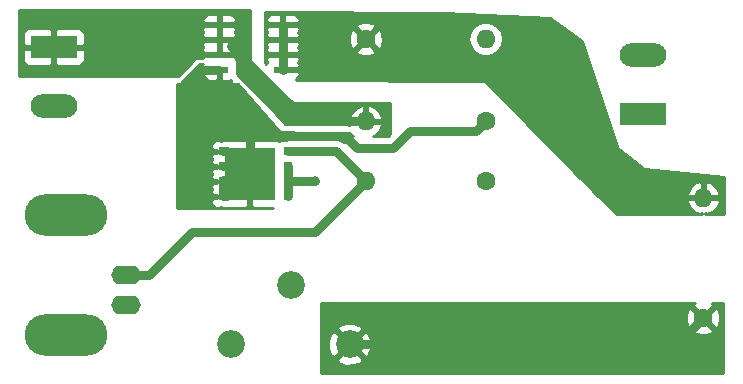
<source format=gbr>
G04 #@! TF.GenerationSoftware,KiCad,Pcbnew,5.0.2-bee76a0~70~ubuntu18.04.1*
G04 #@! TF.CreationDate,2019-04-24T08:54:05-03:00*
G04 #@! TF.ProjectId,led_driver,6c65645f-6472-4697-9665-722e6b696361,rev?*
G04 #@! TF.SameCoordinates,Original*
G04 #@! TF.FileFunction,Copper,L1,Top*
G04 #@! TF.FilePolarity,Positive*
%FSLAX46Y46*%
G04 Gerber Fmt 4.6, Leading zero omitted, Abs format (unit mm)*
G04 Created by KiCad (PCBNEW 5.0.2-bee76a0~70~ubuntu18.04.1) date Wed 24 Apr 2019 08:54:05 -03*
%MOMM*%
%LPD*%
G01*
G04 APERTURE LIST*
G04 #@! TA.AperFunction,ComponentPad*
%ADD10O,3.960000X1.980000*%
G04 #@! TD*
G04 #@! TA.AperFunction,ComponentPad*
%ADD11R,3.960000X1.980000*%
G04 #@! TD*
G04 #@! TA.AperFunction,ComponentPad*
%ADD12O,7.000000X3.500000*%
G04 #@! TD*
G04 #@! TA.AperFunction,ComponentPad*
%ADD13O,2.500000X1.600000*%
G04 #@! TD*
G04 #@! TA.AperFunction,SMDPad,CuDef*
%ADD14R,0.800000X0.700000*%
G04 #@! TD*
G04 #@! TA.AperFunction,SMDPad,CuDef*
%ADD15R,4.290000X4.500000*%
G04 #@! TD*
G04 #@! TA.AperFunction,SMDPad,CuDef*
%ADD16R,1.550000X0.600000*%
G04 #@! TD*
G04 #@! TA.AperFunction,ComponentPad*
%ADD17O,1.600000X1.600000*%
G04 #@! TD*
G04 #@! TA.AperFunction,ComponentPad*
%ADD18C,1.600000*%
G04 #@! TD*
G04 #@! TA.AperFunction,ComponentPad*
%ADD19C,2.340000*%
G04 #@! TD*
G04 #@! TA.AperFunction,ViaPad*
%ADD20C,0.800000*%
G04 #@! TD*
G04 #@! TA.AperFunction,Conductor*
%ADD21C,0.750000*%
G04 #@! TD*
G04 #@! TA.AperFunction,Conductor*
%ADD22C,0.254000*%
G04 #@! TD*
G04 APERTURE END LIST*
D10*
G04 #@! TO.P,J1,2*
G04 #@! TO.N,GND*
X167894000Y-77453500D03*
D11*
G04 #@! TO.P,J1,1*
G04 #@! TO.N,Net-(J1-Pad1)*
X167894000Y-72453500D03*
G04 #@! TD*
D12*
G04 #@! TO.P,J2,2*
G04 #@! TO.N,GND*
X168910000Y-96837500D03*
X168910000Y-86677500D03*
D13*
G04 #@! TO.P,J2,1*
G04 #@! TO.N,Net-(J2-Pad1)*
X173990000Y-91757500D03*
G04 #@! TO.P,J2,2*
G04 #@! TO.N,GND*
X173990000Y-94297500D03*
G04 #@! TD*
D11*
G04 #@! TO.P,J4,1*
G04 #@! TO.N,Net-(J4-Pad1)*
X217805000Y-78105000D03*
D10*
G04 #@! TO.P,J4,2*
G04 #@! TO.N,GND*
X217805000Y-73105000D03*
G04 #@! TD*
D14*
G04 #@! TO.P,Q1,1*
G04 #@! TO.N,GND*
X187725500Y-85095000D03*
G04 #@! TO.P,Q1,2*
X187725500Y-83825000D03*
G04 #@! TO.P,Q1,3*
X187725500Y-82545000D03*
G04 #@! TO.P,Q1,4*
G04 #@! TO.N,Net-(J2-Pad1)*
X187725500Y-81275000D03*
G04 #@! TO.P,Q1,5*
G04 #@! TO.N,Net-(Q1-Pad5)*
X182225500Y-81275000D03*
X182225500Y-82545000D03*
X182225500Y-83825000D03*
X182225500Y-85095000D03*
D15*
X184475500Y-83185000D03*
G04 #@! TD*
D16*
G04 #@! TO.P,Q2,1*
G04 #@! TO.N,Net-(J1-Pad1)*
X181894500Y-70548500D03*
G04 #@! TO.P,Q2,2*
X181894500Y-71818500D03*
G04 #@! TO.P,Q2,3*
X181894500Y-73088500D03*
G04 #@! TO.P,Q2,4*
G04 #@! TO.N,Net-(Q1-Pad5)*
X181894500Y-74358500D03*
G04 #@! TO.P,Q2,5*
G04 #@! TO.N,Net-(Q2-Pad5)*
X187294500Y-74358500D03*
G04 #@! TO.P,Q2,6*
X187294500Y-73088500D03*
G04 #@! TO.P,Q2,7*
X187294500Y-71818500D03*
G04 #@! TO.P,Q2,8*
X187294500Y-70548500D03*
G04 #@! TD*
D17*
G04 #@! TO.P,R1,2*
G04 #@! TO.N,Net-(J1-Pad1)*
X194310000Y-78740000D03*
D18*
G04 #@! TO.P,R1,1*
G04 #@! TO.N,Net-(Q1-Pad5)*
X204470000Y-78740000D03*
G04 #@! TD*
D17*
G04 #@! TO.P,R2,2*
G04 #@! TO.N,Net-(J2-Pad1)*
X194310000Y-83820000D03*
D18*
G04 #@! TO.P,R2,1*
G04 #@! TO.N,GND*
X204470000Y-83820000D03*
G04 #@! TD*
G04 #@! TO.P,R3,1*
G04 #@! TO.N,Net-(Q2-Pad5)*
X194310000Y-71755000D03*
D17*
G04 #@! TO.P,R3,2*
G04 #@! TO.N,GND*
X204470000Y-71755000D03*
G04 #@! TD*
D18*
G04 #@! TO.P,R4,1*
G04 #@! TO.N,Net-(R4-Pad1)*
X222885000Y-95377000D03*
D17*
G04 #@! TO.P,R4,2*
G04 #@! TO.N,Net-(Q2-Pad5)*
X222885000Y-85217000D03*
G04 #@! TD*
D19*
G04 #@! TO.P,RV2,3*
G04 #@! TO.N,Net-(R4-Pad1)*
X192943500Y-97599500D03*
G04 #@! TO.P,RV2,2*
G04 #@! TO.N,Net-(J4-Pad1)*
X187943500Y-92599500D03*
G04 #@! TO.P,RV2,1*
G04 #@! TO.N,Net-(RV2-Pad1)*
X182943500Y-97599500D03*
G04 #@! TD*
D20*
G04 #@! TO.N,GND*
X189992000Y-83820000D03*
G04 #@! TD*
D21*
G04 #@! TO.N,GND*
X187725500Y-83825000D02*
X187725500Y-82545000D01*
X187725500Y-83825000D02*
X187725500Y-85095000D01*
X188875500Y-83825000D02*
X188880500Y-83820000D01*
X187725500Y-83825000D02*
X188875500Y-83825000D01*
X188880500Y-83820000D02*
X189992000Y-83820000D01*
G04 #@! TO.N,Net-(J2-Pad1)*
X189992000Y-88138000D02*
X194310000Y-83820000D01*
X179609500Y-88138000D02*
X189992000Y-88138000D01*
X173990000Y-91757500D02*
X175990000Y-91757500D01*
X175990000Y-91757500D02*
X179609500Y-88138000D01*
X191765000Y-81275000D02*
X187725500Y-81275000D01*
X194310000Y-83820000D02*
X191765000Y-81275000D01*
G04 #@! TO.N,Net-(Q1-Pad5)*
X180369500Y-74358500D02*
X179070000Y-75658000D01*
X181894500Y-74358500D02*
X180369500Y-74358500D01*
X182175500Y-83825000D02*
X182225500Y-83825000D01*
X182225500Y-83695000D02*
X182225500Y-85095000D01*
X179070000Y-75658000D02*
X179070000Y-81026000D01*
X184475500Y-80185000D02*
X184475500Y-83185000D01*
X204470000Y-78740000D02*
X203670001Y-79539999D01*
X184650500Y-80010000D02*
X184475500Y-80185000D01*
X203670001Y-79539999D02*
X198082001Y-79539999D01*
X198082001Y-79539999D02*
X196596000Y-81026000D01*
X193548000Y-81026000D02*
X192532000Y-80010000D01*
X196596000Y-81026000D02*
X193548000Y-81026000D01*
X192532000Y-80010000D02*
X184650500Y-80010000D01*
X183835500Y-83825000D02*
X184475500Y-83185000D01*
X182225500Y-83825000D02*
X183835500Y-83825000D01*
X182565500Y-81275000D02*
X184475500Y-83185000D01*
X182225500Y-81275000D02*
X182565500Y-81275000D01*
X183835500Y-82545000D02*
X184475500Y-83185000D01*
X182225500Y-82545000D02*
X183835500Y-82545000D01*
X182565500Y-85095000D02*
X184475500Y-83185000D01*
X182225500Y-85095000D02*
X182565500Y-85095000D01*
G04 #@! TO.N,Net-(Q2-Pad5)*
X187294500Y-71818500D02*
X187294500Y-70548500D01*
X187294500Y-71818500D02*
X187294500Y-73088500D01*
X187294500Y-73088500D02*
X187294500Y-73629500D01*
X187294500Y-73629500D02*
X187294500Y-74358500D01*
G04 #@! TO.N,Net-(R4-Pad1)*
X220662500Y-97599500D02*
X222885000Y-95377000D01*
X192943500Y-97599500D02*
X220662500Y-97599500D01*
G04 #@! TO.N,Net-(J1-Pad1)*
X194310000Y-78740000D02*
X188595000Y-78740000D01*
X188595000Y-78740000D02*
X188595000Y-78044000D01*
X188595000Y-78044000D02*
X182941000Y-72390000D01*
G04 #@! TD*
D22*
G04 #@! TO.N,Net-(J1-Pad1)*
G36*
X183642000Y-73610797D02*
X183428161Y-73539517D01*
X183388000Y-73533000D01*
X183296965Y-73533000D01*
X183304500Y-73514810D01*
X183304500Y-73374250D01*
X183145750Y-73215500D01*
X182021500Y-73215500D01*
X182021500Y-73235500D01*
X181767500Y-73235500D01*
X181767500Y-73215500D01*
X180643250Y-73215500D01*
X180510250Y-73348500D01*
X180468972Y-73348500D01*
X180369500Y-73328714D01*
X180270028Y-73348500D01*
X180270024Y-73348500D01*
X180036615Y-73394928D01*
X179975417Y-73407101D01*
X179725662Y-73573982D01*
X179725660Y-73573984D01*
X179641331Y-73630331D01*
X179584984Y-73714660D01*
X178426162Y-74873483D01*
X178341831Y-74929831D01*
X178341718Y-74930000D01*
X164973000Y-74930000D01*
X164973000Y-72739250D01*
X165279000Y-72739250D01*
X165279000Y-73569809D01*
X165375673Y-73803198D01*
X165554301Y-73981827D01*
X165787690Y-74078500D01*
X167608250Y-74078500D01*
X167767000Y-73919750D01*
X167767000Y-72580500D01*
X168021000Y-72580500D01*
X168021000Y-73919750D01*
X168179750Y-74078500D01*
X170000310Y-74078500D01*
X170233699Y-73981827D01*
X170412327Y-73803198D01*
X170509000Y-73569809D01*
X170509000Y-72739250D01*
X170350250Y-72580500D01*
X168021000Y-72580500D01*
X167767000Y-72580500D01*
X165437750Y-72580500D01*
X165279000Y-72739250D01*
X164973000Y-72739250D01*
X164973000Y-71337191D01*
X165279000Y-71337191D01*
X165279000Y-72167750D01*
X165437750Y-72326500D01*
X167767000Y-72326500D01*
X167767000Y-70987250D01*
X168021000Y-70987250D01*
X168021000Y-72326500D01*
X170350250Y-72326500D01*
X170509000Y-72167750D01*
X170509000Y-72104250D01*
X180484500Y-72104250D01*
X180484500Y-72244810D01*
X180570942Y-72453500D01*
X180484500Y-72662190D01*
X180484500Y-72802750D01*
X180643250Y-72961500D01*
X181767500Y-72961500D01*
X181767500Y-71945500D01*
X182021500Y-71945500D01*
X182021500Y-72961500D01*
X183145750Y-72961500D01*
X183304500Y-72802750D01*
X183304500Y-72662190D01*
X183218058Y-72453500D01*
X183304500Y-72244810D01*
X183304500Y-72104250D01*
X183145750Y-71945500D01*
X182021500Y-71945500D01*
X181767500Y-71945500D01*
X180643250Y-71945500D01*
X180484500Y-72104250D01*
X170509000Y-72104250D01*
X170509000Y-71337191D01*
X170412327Y-71103802D01*
X170233699Y-70925173D01*
X170014192Y-70834250D01*
X180484500Y-70834250D01*
X180484500Y-70974810D01*
X180570942Y-71183500D01*
X180484500Y-71392190D01*
X180484500Y-71532750D01*
X180643250Y-71691500D01*
X181767500Y-71691500D01*
X181767500Y-70675500D01*
X182021500Y-70675500D01*
X182021500Y-71691500D01*
X183145750Y-71691500D01*
X183304500Y-71532750D01*
X183304500Y-71392190D01*
X183218058Y-71183500D01*
X183304500Y-70974810D01*
X183304500Y-70834250D01*
X183145750Y-70675500D01*
X182021500Y-70675500D01*
X181767500Y-70675500D01*
X180643250Y-70675500D01*
X180484500Y-70834250D01*
X170014192Y-70834250D01*
X170000310Y-70828500D01*
X168179750Y-70828500D01*
X168021000Y-70987250D01*
X167767000Y-70987250D01*
X167608250Y-70828500D01*
X165787690Y-70828500D01*
X165554301Y-70925173D01*
X165375673Y-71103802D01*
X165279000Y-71337191D01*
X164973000Y-71337191D01*
X164973000Y-70122190D01*
X180484500Y-70122190D01*
X180484500Y-70262750D01*
X180643250Y-70421500D01*
X181767500Y-70421500D01*
X181767500Y-69772250D01*
X182021500Y-69772250D01*
X182021500Y-70421500D01*
X183145750Y-70421500D01*
X183304500Y-70262750D01*
X183304500Y-70122190D01*
X183207827Y-69888801D01*
X183029198Y-69710173D01*
X182795809Y-69613500D01*
X182180250Y-69613500D01*
X182021500Y-69772250D01*
X181767500Y-69772250D01*
X181608750Y-69613500D01*
X180993191Y-69613500D01*
X180759802Y-69710173D01*
X180581173Y-69888801D01*
X180484500Y-70122190D01*
X164973000Y-70122190D01*
X164973000Y-69342000D01*
X183642000Y-69342000D01*
X183642000Y-73610797D01*
X183642000Y-73610797D01*
G37*
X183642000Y-73610797D02*
X183428161Y-73539517D01*
X183388000Y-73533000D01*
X183296965Y-73533000D01*
X183304500Y-73514810D01*
X183304500Y-73374250D01*
X183145750Y-73215500D01*
X182021500Y-73215500D01*
X182021500Y-73235500D01*
X181767500Y-73235500D01*
X181767500Y-73215500D01*
X180643250Y-73215500D01*
X180510250Y-73348500D01*
X180468972Y-73348500D01*
X180369500Y-73328714D01*
X180270028Y-73348500D01*
X180270024Y-73348500D01*
X180036615Y-73394928D01*
X179975417Y-73407101D01*
X179725662Y-73573982D01*
X179725660Y-73573984D01*
X179641331Y-73630331D01*
X179584984Y-73714660D01*
X178426162Y-74873483D01*
X178341831Y-74929831D01*
X178341718Y-74930000D01*
X164973000Y-74930000D01*
X164973000Y-72739250D01*
X165279000Y-72739250D01*
X165279000Y-73569809D01*
X165375673Y-73803198D01*
X165554301Y-73981827D01*
X165787690Y-74078500D01*
X167608250Y-74078500D01*
X167767000Y-73919750D01*
X167767000Y-72580500D01*
X168021000Y-72580500D01*
X168021000Y-73919750D01*
X168179750Y-74078500D01*
X170000310Y-74078500D01*
X170233699Y-73981827D01*
X170412327Y-73803198D01*
X170509000Y-73569809D01*
X170509000Y-72739250D01*
X170350250Y-72580500D01*
X168021000Y-72580500D01*
X167767000Y-72580500D01*
X165437750Y-72580500D01*
X165279000Y-72739250D01*
X164973000Y-72739250D01*
X164973000Y-71337191D01*
X165279000Y-71337191D01*
X165279000Y-72167750D01*
X165437750Y-72326500D01*
X167767000Y-72326500D01*
X167767000Y-70987250D01*
X168021000Y-70987250D01*
X168021000Y-72326500D01*
X170350250Y-72326500D01*
X170509000Y-72167750D01*
X170509000Y-72104250D01*
X180484500Y-72104250D01*
X180484500Y-72244810D01*
X180570942Y-72453500D01*
X180484500Y-72662190D01*
X180484500Y-72802750D01*
X180643250Y-72961500D01*
X181767500Y-72961500D01*
X181767500Y-71945500D01*
X182021500Y-71945500D01*
X182021500Y-72961500D01*
X183145750Y-72961500D01*
X183304500Y-72802750D01*
X183304500Y-72662190D01*
X183218058Y-72453500D01*
X183304500Y-72244810D01*
X183304500Y-72104250D01*
X183145750Y-71945500D01*
X182021500Y-71945500D01*
X181767500Y-71945500D01*
X180643250Y-71945500D01*
X180484500Y-72104250D01*
X170509000Y-72104250D01*
X170509000Y-71337191D01*
X170412327Y-71103802D01*
X170233699Y-70925173D01*
X170014192Y-70834250D01*
X180484500Y-70834250D01*
X180484500Y-70974810D01*
X180570942Y-71183500D01*
X180484500Y-71392190D01*
X180484500Y-71532750D01*
X180643250Y-71691500D01*
X181767500Y-71691500D01*
X181767500Y-70675500D01*
X182021500Y-70675500D01*
X182021500Y-71691500D01*
X183145750Y-71691500D01*
X183304500Y-71532750D01*
X183304500Y-71392190D01*
X183218058Y-71183500D01*
X183304500Y-70974810D01*
X183304500Y-70834250D01*
X183145750Y-70675500D01*
X182021500Y-70675500D01*
X181767500Y-70675500D01*
X180643250Y-70675500D01*
X180484500Y-70834250D01*
X170014192Y-70834250D01*
X170000310Y-70828500D01*
X168179750Y-70828500D01*
X168021000Y-70987250D01*
X167767000Y-70987250D01*
X167608250Y-70828500D01*
X165787690Y-70828500D01*
X165554301Y-70925173D01*
X165375673Y-71103802D01*
X165279000Y-71337191D01*
X164973000Y-71337191D01*
X164973000Y-70122190D01*
X180484500Y-70122190D01*
X180484500Y-70262750D01*
X180643250Y-70421500D01*
X181767500Y-70421500D01*
X181767500Y-69772250D01*
X182021500Y-69772250D01*
X182021500Y-70421500D01*
X183145750Y-70421500D01*
X183304500Y-70262750D01*
X183304500Y-70122190D01*
X183207827Y-69888801D01*
X183029198Y-69710173D01*
X182795809Y-69613500D01*
X182180250Y-69613500D01*
X182021500Y-69772250D01*
X181767500Y-69772250D01*
X181608750Y-69613500D01*
X180993191Y-69613500D01*
X180759802Y-69710173D01*
X180581173Y-69888801D01*
X180484500Y-70122190D01*
X164973000Y-70122190D01*
X164973000Y-69342000D01*
X183642000Y-69342000D01*
X183642000Y-73610797D01*
G36*
X183655408Y-72700796D02*
X183679197Y-72733803D01*
X186061667Y-75116273D01*
X186061691Y-75116309D01*
X186061727Y-75116333D01*
X188124197Y-77178803D01*
X188165399Y-77206333D01*
X188214000Y-77216000D01*
X196342000Y-77216000D01*
X196342000Y-79851645D01*
X196177645Y-80016000D01*
X194903956Y-80016000D01*
X195165134Y-79892389D01*
X195541041Y-79477423D01*
X195701904Y-79089039D01*
X195579915Y-78867000D01*
X194437000Y-78867000D01*
X194437000Y-78887000D01*
X194183000Y-78887000D01*
X194183000Y-78867000D01*
X193040085Y-78867000D01*
X192932473Y-79062871D01*
X192926082Y-79058601D01*
X192631476Y-79000000D01*
X192631471Y-79000000D01*
X192532000Y-78980214D01*
X192432529Y-79000000D01*
X187516724Y-79000000D01*
X186931110Y-78390961D01*
X192918096Y-78390961D01*
X193040085Y-78613000D01*
X194183000Y-78613000D01*
X194183000Y-77469371D01*
X194437000Y-77469371D01*
X194437000Y-78613000D01*
X195579915Y-78613000D01*
X195701904Y-78390961D01*
X195541041Y-78002577D01*
X195165134Y-77587611D01*
X194659041Y-77348086D01*
X194437000Y-77469371D01*
X194183000Y-77469371D01*
X193960959Y-77348086D01*
X193454866Y-77587611D01*
X193078959Y-78002577D01*
X192918096Y-78390961D01*
X186931110Y-78390961D01*
X184495546Y-75857975D01*
X184493803Y-75856197D01*
X183388000Y-74750394D01*
X183388000Y-72165980D01*
X183655408Y-72700796D01*
X183655408Y-72700796D01*
G37*
X183655408Y-72700796D02*
X183679197Y-72733803D01*
X186061667Y-75116273D01*
X186061691Y-75116309D01*
X186061727Y-75116333D01*
X188124197Y-77178803D01*
X188165399Y-77206333D01*
X188214000Y-77216000D01*
X196342000Y-77216000D01*
X196342000Y-79851645D01*
X196177645Y-80016000D01*
X194903956Y-80016000D01*
X195165134Y-79892389D01*
X195541041Y-79477423D01*
X195701904Y-79089039D01*
X195579915Y-78867000D01*
X194437000Y-78867000D01*
X194437000Y-78887000D01*
X194183000Y-78887000D01*
X194183000Y-78867000D01*
X193040085Y-78867000D01*
X192932473Y-79062871D01*
X192926082Y-79058601D01*
X192631476Y-79000000D01*
X192631471Y-79000000D01*
X192532000Y-78980214D01*
X192432529Y-79000000D01*
X187516724Y-79000000D01*
X186931110Y-78390961D01*
X192918096Y-78390961D01*
X193040085Y-78613000D01*
X194183000Y-78613000D01*
X194183000Y-77469371D01*
X194437000Y-77469371D01*
X194437000Y-78613000D01*
X195579915Y-78613000D01*
X195701904Y-78390961D01*
X195541041Y-78002577D01*
X195165134Y-77587611D01*
X194659041Y-77348086D01*
X194437000Y-77469371D01*
X194183000Y-77469371D01*
X193960959Y-77348086D01*
X193454866Y-77587611D01*
X193078959Y-78002577D01*
X192918096Y-78390961D01*
X186931110Y-78390961D01*
X184495546Y-75857975D01*
X184493803Y-75856197D01*
X183388000Y-74750394D01*
X183388000Y-72165980D01*
X183655408Y-72700796D01*
G36*
X184531000Y-73772108D02*
X183642000Y-73673330D01*
X183642000Y-69342000D01*
X184531000Y-69342000D01*
X184531000Y-73772108D01*
X184531000Y-73772108D01*
G37*
X184531000Y-73772108D02*
X183642000Y-73673330D01*
X183642000Y-69342000D01*
X184531000Y-69342000D01*
X184531000Y-73772108D01*
G04 #@! TO.N,Net-(Q2-Pad5)*
G36*
X200910795Y-69595978D02*
X209887320Y-69975268D01*
X212617387Y-71960771D01*
X215748842Y-81355137D01*
X212487869Y-83529119D01*
X204433496Y-75348896D01*
X204392509Y-75321048D01*
X204343000Y-75311000D01*
X203962516Y-75311000D01*
X188427320Y-75197605D01*
X188429198Y-75196827D01*
X188607827Y-75018199D01*
X188704500Y-74784810D01*
X188704500Y-74644250D01*
X188545750Y-74485500D01*
X187421500Y-74485500D01*
X187421500Y-74505500D01*
X187167500Y-74505500D01*
X187167500Y-74485500D01*
X187147500Y-74485500D01*
X187147500Y-74231500D01*
X187167500Y-74231500D01*
X187167500Y-73215500D01*
X187421500Y-73215500D01*
X187421500Y-74231500D01*
X188545750Y-74231500D01*
X188704500Y-74072750D01*
X188704500Y-73932190D01*
X188618058Y-73723500D01*
X188704500Y-73514810D01*
X188704500Y-73374250D01*
X188545750Y-73215500D01*
X187421500Y-73215500D01*
X187167500Y-73215500D01*
X186043250Y-73215500D01*
X185884500Y-73374250D01*
X185884500Y-73514810D01*
X185970942Y-73723500D01*
X185892421Y-73913066D01*
X185801000Y-73821645D01*
X185801000Y-72104250D01*
X185884500Y-72104250D01*
X185884500Y-72244810D01*
X185970942Y-72453500D01*
X185884500Y-72662190D01*
X185884500Y-72802750D01*
X186043250Y-72961500D01*
X187167500Y-72961500D01*
X187167500Y-71945500D01*
X187421500Y-71945500D01*
X187421500Y-72961500D01*
X188545750Y-72961500D01*
X188704500Y-72802750D01*
X188704500Y-72762745D01*
X193481861Y-72762745D01*
X193555995Y-73008864D01*
X194093223Y-73201965D01*
X194663454Y-73174778D01*
X195064005Y-73008864D01*
X195138139Y-72762745D01*
X194310000Y-71934605D01*
X193481861Y-72762745D01*
X188704500Y-72762745D01*
X188704500Y-72662190D01*
X188618058Y-72453500D01*
X188704500Y-72244810D01*
X188704500Y-72104250D01*
X188545750Y-71945500D01*
X187421500Y-71945500D01*
X187167500Y-71945500D01*
X186043250Y-71945500D01*
X185884500Y-72104250D01*
X185801000Y-72104250D01*
X185801000Y-70834250D01*
X185884500Y-70834250D01*
X185884500Y-70974810D01*
X185970942Y-71183500D01*
X185884500Y-71392190D01*
X185884500Y-71532750D01*
X186043250Y-71691500D01*
X187167500Y-71691500D01*
X187167500Y-70675500D01*
X187421500Y-70675500D01*
X187421500Y-71691500D01*
X188545750Y-71691500D01*
X188699027Y-71538223D01*
X192863035Y-71538223D01*
X192890222Y-72108454D01*
X193056136Y-72509005D01*
X193302255Y-72583139D01*
X194130395Y-71755000D01*
X194489605Y-71755000D01*
X195317745Y-72583139D01*
X195563864Y-72509005D01*
X195756965Y-71971777D01*
X195746630Y-71755000D01*
X203006887Y-71755000D01*
X203118260Y-72314909D01*
X203435423Y-72789577D01*
X203910091Y-73106740D01*
X204328667Y-73190000D01*
X204611333Y-73190000D01*
X205029909Y-73106740D01*
X205504577Y-72789577D01*
X205821740Y-72314909D01*
X205933113Y-71755000D01*
X205821740Y-71195091D01*
X205504577Y-70720423D01*
X205029909Y-70403260D01*
X204611333Y-70320000D01*
X204328667Y-70320000D01*
X203910091Y-70403260D01*
X203435423Y-70720423D01*
X203118260Y-71195091D01*
X203006887Y-71755000D01*
X195746630Y-71755000D01*
X195729778Y-71401546D01*
X195563864Y-71000995D01*
X195317745Y-70926861D01*
X194489605Y-71755000D01*
X194130395Y-71755000D01*
X193302255Y-70926861D01*
X193056136Y-71000995D01*
X192863035Y-71538223D01*
X188699027Y-71538223D01*
X188704500Y-71532750D01*
X188704500Y-71392190D01*
X188618058Y-71183500D01*
X188704500Y-70974810D01*
X188704500Y-70834250D01*
X188617505Y-70747255D01*
X193481861Y-70747255D01*
X194310000Y-71575395D01*
X195138139Y-70747255D01*
X195064005Y-70501136D01*
X194526777Y-70308035D01*
X193956546Y-70335222D01*
X193555995Y-70501136D01*
X193481861Y-70747255D01*
X188617505Y-70747255D01*
X188545750Y-70675500D01*
X187421500Y-70675500D01*
X187167500Y-70675500D01*
X186043250Y-70675500D01*
X185884500Y-70834250D01*
X185801000Y-70834250D01*
X185801000Y-70122190D01*
X185884500Y-70122190D01*
X185884500Y-70262750D01*
X186043250Y-70421500D01*
X187167500Y-70421500D01*
X187167500Y-69772250D01*
X187421500Y-69772250D01*
X187421500Y-70421500D01*
X188545750Y-70421500D01*
X188704500Y-70262750D01*
X188704500Y-70122190D01*
X188607827Y-69888801D01*
X188429198Y-69710173D01*
X188195809Y-69613500D01*
X187580250Y-69613500D01*
X187421500Y-69772250D01*
X187167500Y-69772250D01*
X187008750Y-69613500D01*
X186393191Y-69613500D01*
X186159802Y-69710173D01*
X185981173Y-69888801D01*
X185884500Y-70122190D01*
X185801000Y-70122190D01*
X185801000Y-69470063D01*
X200910795Y-69595978D01*
X200910795Y-69595978D01*
G37*
X200910795Y-69595978D02*
X209887320Y-69975268D01*
X212617387Y-71960771D01*
X215748842Y-81355137D01*
X212487869Y-83529119D01*
X204433496Y-75348896D01*
X204392509Y-75321048D01*
X204343000Y-75311000D01*
X203962516Y-75311000D01*
X188427320Y-75197605D01*
X188429198Y-75196827D01*
X188607827Y-75018199D01*
X188704500Y-74784810D01*
X188704500Y-74644250D01*
X188545750Y-74485500D01*
X187421500Y-74485500D01*
X187421500Y-74505500D01*
X187167500Y-74505500D01*
X187167500Y-74485500D01*
X187147500Y-74485500D01*
X187147500Y-74231500D01*
X187167500Y-74231500D01*
X187167500Y-73215500D01*
X187421500Y-73215500D01*
X187421500Y-74231500D01*
X188545750Y-74231500D01*
X188704500Y-74072750D01*
X188704500Y-73932190D01*
X188618058Y-73723500D01*
X188704500Y-73514810D01*
X188704500Y-73374250D01*
X188545750Y-73215500D01*
X187421500Y-73215500D01*
X187167500Y-73215500D01*
X186043250Y-73215500D01*
X185884500Y-73374250D01*
X185884500Y-73514810D01*
X185970942Y-73723500D01*
X185892421Y-73913066D01*
X185801000Y-73821645D01*
X185801000Y-72104250D01*
X185884500Y-72104250D01*
X185884500Y-72244810D01*
X185970942Y-72453500D01*
X185884500Y-72662190D01*
X185884500Y-72802750D01*
X186043250Y-72961500D01*
X187167500Y-72961500D01*
X187167500Y-71945500D01*
X187421500Y-71945500D01*
X187421500Y-72961500D01*
X188545750Y-72961500D01*
X188704500Y-72802750D01*
X188704500Y-72762745D01*
X193481861Y-72762745D01*
X193555995Y-73008864D01*
X194093223Y-73201965D01*
X194663454Y-73174778D01*
X195064005Y-73008864D01*
X195138139Y-72762745D01*
X194310000Y-71934605D01*
X193481861Y-72762745D01*
X188704500Y-72762745D01*
X188704500Y-72662190D01*
X188618058Y-72453500D01*
X188704500Y-72244810D01*
X188704500Y-72104250D01*
X188545750Y-71945500D01*
X187421500Y-71945500D01*
X187167500Y-71945500D01*
X186043250Y-71945500D01*
X185884500Y-72104250D01*
X185801000Y-72104250D01*
X185801000Y-70834250D01*
X185884500Y-70834250D01*
X185884500Y-70974810D01*
X185970942Y-71183500D01*
X185884500Y-71392190D01*
X185884500Y-71532750D01*
X186043250Y-71691500D01*
X187167500Y-71691500D01*
X187167500Y-70675500D01*
X187421500Y-70675500D01*
X187421500Y-71691500D01*
X188545750Y-71691500D01*
X188699027Y-71538223D01*
X192863035Y-71538223D01*
X192890222Y-72108454D01*
X193056136Y-72509005D01*
X193302255Y-72583139D01*
X194130395Y-71755000D01*
X194489605Y-71755000D01*
X195317745Y-72583139D01*
X195563864Y-72509005D01*
X195756965Y-71971777D01*
X195746630Y-71755000D01*
X203006887Y-71755000D01*
X203118260Y-72314909D01*
X203435423Y-72789577D01*
X203910091Y-73106740D01*
X204328667Y-73190000D01*
X204611333Y-73190000D01*
X205029909Y-73106740D01*
X205504577Y-72789577D01*
X205821740Y-72314909D01*
X205933113Y-71755000D01*
X205821740Y-71195091D01*
X205504577Y-70720423D01*
X205029909Y-70403260D01*
X204611333Y-70320000D01*
X204328667Y-70320000D01*
X203910091Y-70403260D01*
X203435423Y-70720423D01*
X203118260Y-71195091D01*
X203006887Y-71755000D01*
X195746630Y-71755000D01*
X195729778Y-71401546D01*
X195563864Y-71000995D01*
X195317745Y-70926861D01*
X194489605Y-71755000D01*
X194130395Y-71755000D01*
X193302255Y-70926861D01*
X193056136Y-71000995D01*
X192863035Y-71538223D01*
X188699027Y-71538223D01*
X188704500Y-71532750D01*
X188704500Y-71392190D01*
X188618058Y-71183500D01*
X188704500Y-70974810D01*
X188704500Y-70834250D01*
X188617505Y-70747255D01*
X193481861Y-70747255D01*
X194310000Y-71575395D01*
X195138139Y-70747255D01*
X195064005Y-70501136D01*
X194526777Y-70308035D01*
X193956546Y-70335222D01*
X193555995Y-70501136D01*
X193481861Y-70747255D01*
X188617505Y-70747255D01*
X188545750Y-70675500D01*
X187421500Y-70675500D01*
X187167500Y-70675500D01*
X186043250Y-70675500D01*
X185884500Y-70834250D01*
X185801000Y-70834250D01*
X185801000Y-70122190D01*
X185884500Y-70122190D01*
X185884500Y-70262750D01*
X186043250Y-70421500D01*
X187167500Y-70421500D01*
X187167500Y-69772250D01*
X187421500Y-69772250D01*
X187421500Y-70421500D01*
X188545750Y-70421500D01*
X188704500Y-70262750D01*
X188704500Y-70122190D01*
X188607827Y-69888801D01*
X188429198Y-69710173D01*
X188195809Y-69613500D01*
X187580250Y-69613500D01*
X187421500Y-69772250D01*
X187167500Y-69772250D01*
X187008750Y-69613500D01*
X186393191Y-69613500D01*
X186159802Y-69710173D01*
X185981173Y-69888801D01*
X185884500Y-70122190D01*
X185801000Y-70122190D01*
X185801000Y-69470063D01*
X200910795Y-69595978D01*
G04 #@! TO.N,Net-(R4-Pad1)*
G36*
X222130995Y-94123136D02*
X222056861Y-94369255D01*
X222885000Y-95197395D01*
X223713139Y-94369255D01*
X223639005Y-94123136D01*
X223594113Y-94107000D01*
X224536000Y-94107000D01*
X224536000Y-100076000D01*
X190500000Y-100076000D01*
X190500000Y-98874986D01*
X191847620Y-98874986D01*
X191967086Y-99159484D01*
X192638390Y-99414394D01*
X193356146Y-99393004D01*
X193919914Y-99159484D01*
X194039380Y-98874986D01*
X192943500Y-97779105D01*
X191847620Y-98874986D01*
X190500000Y-98874986D01*
X190500000Y-97294390D01*
X191128606Y-97294390D01*
X191149996Y-98012146D01*
X191383516Y-98575914D01*
X191668014Y-98695380D01*
X192763895Y-97599500D01*
X193123105Y-97599500D01*
X194218986Y-98695380D01*
X194503484Y-98575914D01*
X194758394Y-97904610D01*
X194737004Y-97186854D01*
X194503484Y-96623086D01*
X194218986Y-96503620D01*
X193123105Y-97599500D01*
X192763895Y-97599500D01*
X191668014Y-96503620D01*
X191383516Y-96623086D01*
X191128606Y-97294390D01*
X190500000Y-97294390D01*
X190500000Y-96324014D01*
X191847620Y-96324014D01*
X192943500Y-97419895D01*
X193978649Y-96384745D01*
X222056861Y-96384745D01*
X222130995Y-96630864D01*
X222668223Y-96823965D01*
X223238454Y-96796778D01*
X223639005Y-96630864D01*
X223713139Y-96384745D01*
X222885000Y-95556605D01*
X222056861Y-96384745D01*
X193978649Y-96384745D01*
X194039380Y-96324014D01*
X193919914Y-96039516D01*
X193248610Y-95784606D01*
X192530854Y-95805996D01*
X191967086Y-96039516D01*
X191847620Y-96324014D01*
X190500000Y-96324014D01*
X190500000Y-95160223D01*
X221438035Y-95160223D01*
X221465222Y-95730454D01*
X221631136Y-96131005D01*
X221877255Y-96205139D01*
X222705395Y-95377000D01*
X223064605Y-95377000D01*
X223892745Y-96205139D01*
X224138864Y-96131005D01*
X224331965Y-95593777D01*
X224304778Y-95023546D01*
X224138864Y-94622995D01*
X223892745Y-94548861D01*
X223064605Y-95377000D01*
X222705395Y-95377000D01*
X221877255Y-94548861D01*
X221631136Y-94622995D01*
X221438035Y-95160223D01*
X190500000Y-95160223D01*
X190500000Y-94107000D01*
X222169951Y-94107000D01*
X222130995Y-94123136D01*
X222130995Y-94123136D01*
G37*
X222130995Y-94123136D02*
X222056861Y-94369255D01*
X222885000Y-95197395D01*
X223713139Y-94369255D01*
X223639005Y-94123136D01*
X223594113Y-94107000D01*
X224536000Y-94107000D01*
X224536000Y-100076000D01*
X190500000Y-100076000D01*
X190500000Y-98874986D01*
X191847620Y-98874986D01*
X191967086Y-99159484D01*
X192638390Y-99414394D01*
X193356146Y-99393004D01*
X193919914Y-99159484D01*
X194039380Y-98874986D01*
X192943500Y-97779105D01*
X191847620Y-98874986D01*
X190500000Y-98874986D01*
X190500000Y-97294390D01*
X191128606Y-97294390D01*
X191149996Y-98012146D01*
X191383516Y-98575914D01*
X191668014Y-98695380D01*
X192763895Y-97599500D01*
X193123105Y-97599500D01*
X194218986Y-98695380D01*
X194503484Y-98575914D01*
X194758394Y-97904610D01*
X194737004Y-97186854D01*
X194503484Y-96623086D01*
X194218986Y-96503620D01*
X193123105Y-97599500D01*
X192763895Y-97599500D01*
X191668014Y-96503620D01*
X191383516Y-96623086D01*
X191128606Y-97294390D01*
X190500000Y-97294390D01*
X190500000Y-96324014D01*
X191847620Y-96324014D01*
X192943500Y-97419895D01*
X193978649Y-96384745D01*
X222056861Y-96384745D01*
X222130995Y-96630864D01*
X222668223Y-96823965D01*
X223238454Y-96796778D01*
X223639005Y-96630864D01*
X223713139Y-96384745D01*
X222885000Y-95556605D01*
X222056861Y-96384745D01*
X193978649Y-96384745D01*
X194039380Y-96324014D01*
X193919914Y-96039516D01*
X193248610Y-95784606D01*
X192530854Y-95805996D01*
X191967086Y-96039516D01*
X191847620Y-96324014D01*
X190500000Y-96324014D01*
X190500000Y-95160223D01*
X221438035Y-95160223D01*
X221465222Y-95730454D01*
X221631136Y-96131005D01*
X221877255Y-96205139D01*
X222705395Y-95377000D01*
X223064605Y-95377000D01*
X223892745Y-96205139D01*
X224138864Y-96131005D01*
X224331965Y-95593777D01*
X224304778Y-95023546D01*
X224138864Y-94622995D01*
X223892745Y-94548861D01*
X223064605Y-95377000D01*
X222705395Y-95377000D01*
X221877255Y-94548861D01*
X221631136Y-94622995D01*
X221438035Y-95160223D01*
X190500000Y-95160223D01*
X190500000Y-94107000D01*
X222169951Y-94107000D01*
X222130995Y-94123136D01*
G04 #@! TO.N,Net-(Q2-Pad5)*
G36*
X217852664Y-82776170D02*
X217920291Y-82803459D01*
X224663000Y-83427784D01*
X224663000Y-86614000D01*
X223012002Y-86614000D01*
X223012002Y-86486916D01*
X223234039Y-86608904D01*
X223622423Y-86448041D01*
X224037389Y-86072134D01*
X224276914Y-85566041D01*
X224155629Y-85344000D01*
X223012000Y-85344000D01*
X223012000Y-85364000D01*
X222758000Y-85364000D01*
X222758000Y-85344000D01*
X221614371Y-85344000D01*
X221493086Y-85566041D01*
X221732611Y-86072134D01*
X222147577Y-86448041D01*
X222535961Y-86608904D01*
X222757998Y-86486916D01*
X222757998Y-86614000D01*
X215571606Y-86614000D01*
X213825565Y-84867959D01*
X221493086Y-84867959D01*
X221614371Y-85090000D01*
X222758000Y-85090000D01*
X222758000Y-83947085D01*
X223012000Y-83947085D01*
X223012000Y-85090000D01*
X224155629Y-85090000D01*
X224276914Y-84867959D01*
X224037389Y-84361866D01*
X223622423Y-83985959D01*
X223234039Y-83825096D01*
X223012000Y-83947085D01*
X222758000Y-83947085D01*
X222535961Y-83825096D01*
X222147577Y-83985959D01*
X221732611Y-84361866D01*
X221493086Y-84867959D01*
X213825565Y-84867959D01*
X211667729Y-82710123D01*
X215377016Y-80795652D01*
X217852664Y-82776170D01*
X217852664Y-82776170D01*
G37*
X217852664Y-82776170D02*
X217920291Y-82803459D01*
X224663000Y-83427784D01*
X224663000Y-86614000D01*
X223012002Y-86614000D01*
X223012002Y-86486916D01*
X223234039Y-86608904D01*
X223622423Y-86448041D01*
X224037389Y-86072134D01*
X224276914Y-85566041D01*
X224155629Y-85344000D01*
X223012000Y-85344000D01*
X223012000Y-85364000D01*
X222758000Y-85364000D01*
X222758000Y-85344000D01*
X221614371Y-85344000D01*
X221493086Y-85566041D01*
X221732611Y-86072134D01*
X222147577Y-86448041D01*
X222535961Y-86608904D01*
X222757998Y-86486916D01*
X222757998Y-86614000D01*
X215571606Y-86614000D01*
X213825565Y-84867959D01*
X221493086Y-84867959D01*
X221614371Y-85090000D01*
X222758000Y-85090000D01*
X222758000Y-83947085D01*
X223012000Y-83947085D01*
X223012000Y-85090000D01*
X224155629Y-85090000D01*
X224276914Y-84867959D01*
X224037389Y-84361866D01*
X223622423Y-83985959D01*
X223234039Y-83825096D01*
X223012000Y-83947085D01*
X222758000Y-83947085D01*
X222535961Y-83825096D01*
X222147577Y-83985959D01*
X221732611Y-84361866D01*
X221493086Y-84867959D01*
X213825565Y-84867959D01*
X211667729Y-82710123D01*
X215377016Y-80795652D01*
X217852664Y-82776170D01*
G04 #@! TO.N,Net-(Q1-Pad5)*
G36*
X180484500Y-73932190D02*
X180484500Y-74072750D01*
X180643250Y-74231500D01*
X181767500Y-74231500D01*
X181767500Y-74211500D01*
X182021500Y-74211500D01*
X182021500Y-74231500D01*
X182041500Y-74231500D01*
X182041500Y-74485500D01*
X182021500Y-74485500D01*
X182021500Y-75134750D01*
X182180250Y-75293500D01*
X182795809Y-75293500D01*
X182880000Y-75258627D01*
X182880000Y-77089000D01*
X178689000Y-77089000D01*
X178689000Y-75490606D01*
X179535356Y-74644250D01*
X180484500Y-74644250D01*
X180484500Y-74784810D01*
X180581173Y-75018199D01*
X180759802Y-75196827D01*
X180993191Y-75293500D01*
X181608750Y-75293500D01*
X181767500Y-75134750D01*
X181767500Y-74485500D01*
X180643250Y-74485500D01*
X180484500Y-74644250D01*
X179535356Y-74644250D01*
X180265606Y-73914000D01*
X180492035Y-73914000D01*
X180484500Y-73932190D01*
X180484500Y-73932190D01*
G37*
X180484500Y-73932190D02*
X180484500Y-74072750D01*
X180643250Y-74231500D01*
X181767500Y-74231500D01*
X181767500Y-74211500D01*
X182021500Y-74211500D01*
X182021500Y-74231500D01*
X182041500Y-74231500D01*
X182041500Y-74485500D01*
X182021500Y-74485500D01*
X182021500Y-75134750D01*
X182180250Y-75293500D01*
X182795809Y-75293500D01*
X182880000Y-75258627D01*
X182880000Y-77089000D01*
X178689000Y-77089000D01*
X178689000Y-75490606D01*
X179535356Y-74644250D01*
X180484500Y-74644250D01*
X180484500Y-74784810D01*
X180581173Y-75018199D01*
X180759802Y-75196827D01*
X180993191Y-75293500D01*
X181608750Y-75293500D01*
X181767500Y-75134750D01*
X181767500Y-74485500D01*
X180643250Y-74485500D01*
X180484500Y-74644250D01*
X179535356Y-74644250D01*
X180265606Y-73914000D01*
X180492035Y-73914000D01*
X180484500Y-73932190D01*
G36*
X186975423Y-79585630D02*
X187014702Y-79615840D01*
X187068047Y-79628966D01*
X188144962Y-79654011D01*
X188200918Y-79691399D01*
X188595000Y-79769787D01*
X188694475Y-79750000D01*
X192272509Y-79750000D01*
X192529047Y-79755966D01*
X192532000Y-79756000D01*
X192870667Y-79756000D01*
X193216326Y-80015245D01*
X192614224Y-80516997D01*
X192442947Y-80513274D01*
X192159082Y-80323601D01*
X191864476Y-80265000D01*
X191864471Y-80265000D01*
X191765000Y-80245214D01*
X191665529Y-80265000D01*
X187626024Y-80265000D01*
X187562881Y-80277560D01*
X187325500Y-80277560D01*
X187077735Y-80326843D01*
X186976571Y-80394439D01*
X186974709Y-80394398D01*
X186746810Y-80300000D01*
X184761250Y-80300000D01*
X184602500Y-80458750D01*
X184602500Y-83058000D01*
X184622500Y-83058000D01*
X184622500Y-83312000D01*
X184602500Y-83312000D01*
X184602500Y-85911250D01*
X184761250Y-86070000D01*
X186436000Y-86070000D01*
X186436000Y-86106000D01*
X178308000Y-86106000D01*
X178308000Y-80798691D01*
X181190500Y-80798691D01*
X181190500Y-80989250D01*
X181349250Y-81148000D01*
X181695500Y-81148000D01*
X181695500Y-81402000D01*
X181349250Y-81402000D01*
X181190500Y-81560750D01*
X181190500Y-81751309D01*
X181256232Y-81910000D01*
X181190500Y-82068691D01*
X181190500Y-82259250D01*
X181349250Y-82418000D01*
X181695500Y-82418000D01*
X181695500Y-82672000D01*
X181349250Y-82672000D01*
X181190500Y-82830750D01*
X181190500Y-83021309D01*
X181258303Y-83185000D01*
X181190500Y-83348691D01*
X181190500Y-83539250D01*
X181349250Y-83698000D01*
X181695500Y-83698000D01*
X181695500Y-83952000D01*
X181349250Y-83952000D01*
X181190500Y-84110750D01*
X181190500Y-84301309D01*
X181256232Y-84460000D01*
X181190500Y-84618691D01*
X181190500Y-84809250D01*
X181349250Y-84968000D01*
X181695500Y-84968000D01*
X181695500Y-85222000D01*
X181349250Y-85222000D01*
X181190500Y-85380750D01*
X181190500Y-85571309D01*
X181287173Y-85804698D01*
X181465801Y-85983327D01*
X181699190Y-86080000D01*
X181939750Y-86080000D01*
X182024274Y-85995476D01*
X182204190Y-86070000D01*
X182501250Y-86070000D01*
X182511250Y-86080000D01*
X182751810Y-86080000D01*
X182775952Y-86070000D01*
X184189750Y-86070000D01*
X184348500Y-85911250D01*
X184348500Y-83312000D01*
X184328500Y-83312000D01*
X184328500Y-83058000D01*
X184348500Y-83058000D01*
X184348500Y-80458750D01*
X184189750Y-80300000D01*
X182775952Y-80300000D01*
X182751810Y-80290000D01*
X182511250Y-80290000D01*
X182501250Y-80300000D01*
X182204190Y-80300000D01*
X182024274Y-80374524D01*
X181939750Y-80290000D01*
X181699190Y-80290000D01*
X181465801Y-80386673D01*
X181287173Y-80565302D01*
X181190500Y-80798691D01*
X178308000Y-80798691D01*
X178308000Y-75565000D01*
X183457372Y-75565000D01*
X186975423Y-79585630D01*
X186975423Y-79585630D01*
G37*
X186975423Y-79585630D02*
X187014702Y-79615840D01*
X187068047Y-79628966D01*
X188144962Y-79654011D01*
X188200918Y-79691399D01*
X188595000Y-79769787D01*
X188694475Y-79750000D01*
X192272509Y-79750000D01*
X192529047Y-79755966D01*
X192532000Y-79756000D01*
X192870667Y-79756000D01*
X193216326Y-80015245D01*
X192614224Y-80516997D01*
X192442947Y-80513274D01*
X192159082Y-80323601D01*
X191864476Y-80265000D01*
X191864471Y-80265000D01*
X191765000Y-80245214D01*
X191665529Y-80265000D01*
X187626024Y-80265000D01*
X187562881Y-80277560D01*
X187325500Y-80277560D01*
X187077735Y-80326843D01*
X186976571Y-80394439D01*
X186974709Y-80394398D01*
X186746810Y-80300000D01*
X184761250Y-80300000D01*
X184602500Y-80458750D01*
X184602500Y-83058000D01*
X184622500Y-83058000D01*
X184622500Y-83312000D01*
X184602500Y-83312000D01*
X184602500Y-85911250D01*
X184761250Y-86070000D01*
X186436000Y-86070000D01*
X186436000Y-86106000D01*
X178308000Y-86106000D01*
X178308000Y-80798691D01*
X181190500Y-80798691D01*
X181190500Y-80989250D01*
X181349250Y-81148000D01*
X181695500Y-81148000D01*
X181695500Y-81402000D01*
X181349250Y-81402000D01*
X181190500Y-81560750D01*
X181190500Y-81751309D01*
X181256232Y-81910000D01*
X181190500Y-82068691D01*
X181190500Y-82259250D01*
X181349250Y-82418000D01*
X181695500Y-82418000D01*
X181695500Y-82672000D01*
X181349250Y-82672000D01*
X181190500Y-82830750D01*
X181190500Y-83021309D01*
X181258303Y-83185000D01*
X181190500Y-83348691D01*
X181190500Y-83539250D01*
X181349250Y-83698000D01*
X181695500Y-83698000D01*
X181695500Y-83952000D01*
X181349250Y-83952000D01*
X181190500Y-84110750D01*
X181190500Y-84301309D01*
X181256232Y-84460000D01*
X181190500Y-84618691D01*
X181190500Y-84809250D01*
X181349250Y-84968000D01*
X181695500Y-84968000D01*
X181695500Y-85222000D01*
X181349250Y-85222000D01*
X181190500Y-85380750D01*
X181190500Y-85571309D01*
X181287173Y-85804698D01*
X181465801Y-85983327D01*
X181699190Y-86080000D01*
X181939750Y-86080000D01*
X182024274Y-85995476D01*
X182204190Y-86070000D01*
X182501250Y-86070000D01*
X182511250Y-86080000D01*
X182751810Y-86080000D01*
X182775952Y-86070000D01*
X184189750Y-86070000D01*
X184348500Y-85911250D01*
X184348500Y-83312000D01*
X184328500Y-83312000D01*
X184328500Y-83058000D01*
X184348500Y-83058000D01*
X184348500Y-80458750D01*
X184189750Y-80300000D01*
X182775952Y-80300000D01*
X182751810Y-80290000D01*
X182511250Y-80290000D01*
X182501250Y-80300000D01*
X182204190Y-80300000D01*
X182024274Y-80374524D01*
X181939750Y-80290000D01*
X181699190Y-80290000D01*
X181465801Y-80386673D01*
X181287173Y-80565302D01*
X181190500Y-80798691D01*
X178308000Y-80798691D01*
X178308000Y-75565000D01*
X183457372Y-75565000D01*
X186975423Y-79585630D01*
G04 #@! TD*
M02*

</source>
